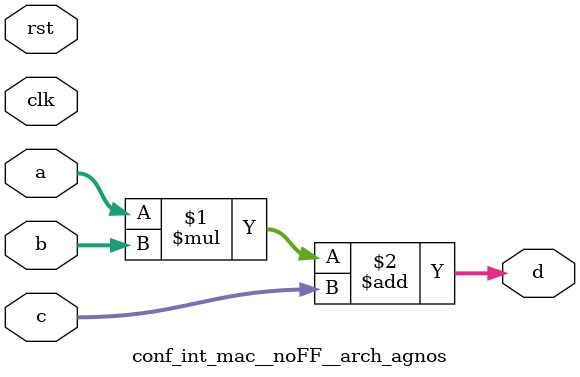
<source format=v>

module conf_int_mac__noFF__arch_agnos( clk, rst, a, b, c, d
 );
//--- parameters
//parameter BT_RND = 0
parameter OP_BITWIDTH = 16; //operator bit width
parameter DATA_PATH_BITWIDTH = 16; //flip flop Bit width


//--- input,outputs
input clk;
input rst;
input [DATA_PATH_BITWIDTH -1:0] a;
input [DATA_PATH_BITWIDTH-1:0] b;
input [DATA_PATH_BITWIDTH-1:0] c;
output [DATA_PATH_BITWIDTH-1:0] d;


//--- no flop design
assign  d = (a * b) + c;

endmodule

</source>
